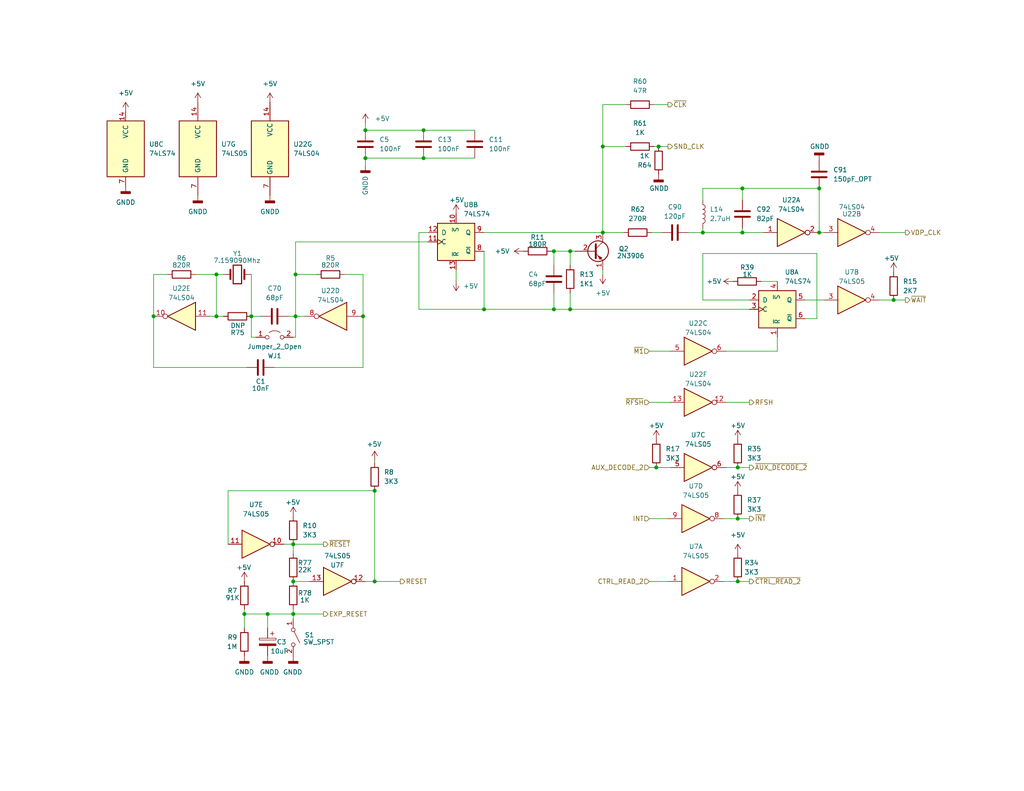
<source format=kicad_sch>
(kicad_sch (version 20211123) (generator eeschema)
  (paper "USLetter")
  (title_block (title "Righteous Tentacle, Colecovision Reverse Engineering Project") (date "2023-03-14") (rev "1.0.0") (company "sparkletron") (comment 1 "Jay Convertino") (comment 2 "MIT LICENSE") (comment 3 "PCB: 75743 REV F"))
  (lib_symbols
    (symbol "74xx:74LS04"
      (property "Reference" "U" (at 0 1.27 0))
      (property "Value" "74LS04" (at 0 -1.27 0))
      (symbol "74LS04_1_0"
        (polyline (pts (xy -3.81 3.81) (xy -3.81 -3.81) (xy 3.81 0) (xy -3.81 3.81)) (stroke (width 0.254)) (fill (type background)))
        (pin input line (at -7.62 0 0) (length 3.81) (name "~") (number "1"))
        (pin output inverted (at 7.62 0 180) (length 3.81) (name "~") (number "2"))
      )
      (symbol "74LS04_2_0"
        (polyline (pts (xy -3.81 3.81) (xy -3.81 -3.81) (xy 3.81 0) (xy -3.81 3.81)) (stroke (width 0.254)) (fill (type background)))
        (pin input line (at -7.62 0 0) (length 3.81) (name "~") (number "3"))
        (pin output inverted (at 7.62 0 180) (length 3.81) (name "~") (number "4"))
      )
      (symbol "74LS04_3_0"
        (polyline (pts (xy -3.81 3.81) (xy -3.81 -3.81) (xy 3.81 0) (xy -3.81 3.81)) (stroke (width 0.254)) (fill (type background)))
        (pin input line (at -7.62 0 0) (length 3.81) (name "~") (number "5"))
        (pin output inverted (at 7.62 0 180) (length 3.81) (name "~") (number "6"))
      )
      (symbol "74LS04_4_0"
        (polyline (pts (xy -3.81 3.81) (xy -3.81 -3.81) (xy 3.81 0) (xy -3.81 3.81)) (stroke (width 0.254)) (fill (type background)))
        (pin output inverted (at 7.62 0 180) (length 3.81) (name "~") (number "8"))
        (pin input line (at -7.62 0 0) (length 3.81) (name "~") (number "9"))
      )
      (symbol "74LS04_5_0"
        (polyline (pts (xy -3.81 3.81) (xy -3.81 -3.81) (xy 3.81 0) (xy -3.81 3.81)) (stroke (width 0.254)) (fill (type background)))
        (pin output inverted (at 7.62 0 180) (length 3.81) (name "~") (number "10"))
        (pin input line (at -7.62 0 0) (length 3.81) (name "~") (number "11"))
      )
      (symbol "74LS04_6_0"
        (polyline (pts (xy -3.81 3.81) (xy -3.81 -3.81) (xy 3.81 0) (xy -3.81 3.81)) (stroke (width 0.254)) (fill (type background)))
        (pin output inverted (at 7.62 0 180) (length 3.81) (name "~") (number "12"))
        (pin input line (at -7.62 0 0) (length 3.81) (name "~") (number "13"))
      )
      (symbol "74LS04_7_0"
        (pin power_in line (at 0 12.7 270) (length 5.08) (name "VCC") (number "14"))
        (pin power_in line (at 0 -12.7 90) (length 5.08) (name "GND") (number "7"))
      )
      (symbol "74LS04_7_1"
        (rectangle (start -5.08 7.62) (end 5.08 -7.62) (stroke (width 0.254)) (fill (type background)))
      )
    )
    (symbol "74xx:74LS05" (pin_names (offset 1.016))
      (property "Reference" "U" (at 0 1.27 0))
      (property "Value" "74LS05" (at 0 -1.27 0))
      (symbol "74LS05_1_0"
        (polyline (pts (xy -3.81 3.81) (xy -3.81 -3.81) (xy 3.81 0) (xy -3.81 3.81)) (stroke (width 0.254)) (fill (type background)))
        (pin input line (at -7.62 0 0) (length 3.81) (name "~") (number "1"))
        (pin open_collector inverted (at 7.62 0 180) (length 3.81) (name "~") (number "2"))
      )
      (symbol "74LS05_2_0"
        (polyline (pts (xy -3.81 3.81) (xy -3.81 -3.81) (xy 3.81 0) (xy -3.81 3.81)) (stroke (width 0.254)) (fill (type background)))
        (pin input line (at -7.62 0 0) (length 3.81) (name "~") (number "3"))
        (pin open_collector inverted (at 7.62 0 180) (length 3.81) (name "~") (number "4"))
      )
      (symbol "74LS05_3_0"
        (polyline (pts (xy -3.81 3.81) (xy -3.81 -3.81) (xy 3.81 0) (xy -3.81 3.81)) (stroke (width 0.254)) (fill (type background)))
        (pin input line (at -7.62 0 0) (length 3.81) (name "~") (number "5"))
        (pin open_collector inverted (at 7.62 0 180) (length 3.81) (name "~") (number "6"))
      )
      (symbol "74LS05_4_0"
        (polyline (pts (xy -3.81 3.81) (xy -3.81 -3.81) (xy 3.81 0) (xy -3.81 3.81)) (stroke (width 0.254)) (fill (type background)))
        (pin open_collector inverted (at 7.62 0 180) (length 3.81) (name "~") (number "8"))
        (pin input line (at -7.62 0 0) (length 3.81) (name "~") (number "9"))
      )
      (symbol "74LS05_5_0"
        (polyline (pts (xy -3.81 3.81) (xy -3.81 -3.81) (xy 3.81 0) (xy -3.81 3.81)) (stroke (width 0.254)) (fill (type background)))
        (pin open_collector inverted (at 7.62 0 180) (length 3.81) (name "~") (number "10"))
        (pin input line (at -7.62 0 0) (length 3.81) (name "~") (number "11"))
      )
      (symbol "74LS05_6_0"
        (polyline (pts (xy -3.81 3.81) (xy -3.81 -3.81) (xy 3.81 0) (xy -3.81 3.81)) (stroke (width 0.254)) (fill (type background)))
        (pin open_collector inverted (at 7.62 0 180) (length 3.81) (name "~") (number "12"))
        (pin input line (at -7.62 0 0) (length 3.81) (name "~") (number "13"))
      )
      (symbol "74LS05_7_0"
        (pin power_in line (at 0 12.7 270) (length 5.08) (name "VCC") (number "14"))
        (pin power_in line (at 0 -12.7 90) (length 5.08) (name "GND") (number "7"))
      )
      (symbol "74LS05_7_1"
        (rectangle (start -5.08 7.62) (end 5.08 -7.62) (stroke (width 0.254)) (fill (type background)))
      )
    )
    (symbol "74xx:74LS74" (pin_names (offset 1.016))
      (property "Reference" "U" (at -7.62 8.89 0))
      (property "Value" "74LS74" (at -7.62 -8.89 0))
      (symbol "74LS74_1_0"
        (pin input line (at 0 -7.62 90) (length 2.54) (name "~{R}") (number "1"))
        (pin input line (at -7.62 2.54 0) (length 2.54) (name "D") (number "2"))
        (pin input clock (at -7.62 0 0) (length 2.54) (name "C") (number "3"))
        (pin input line (at 0 7.62 270) (length 2.54) (name "~{S}") (number "4"))
        (pin output line (at 7.62 2.54 180) (length 2.54) (name "Q") (number "5"))
        (pin output line (at 7.62 -2.54 180) (length 2.54) (name "~{Q}") (number "6"))
      )
      (symbol "74LS74_1_1"
        (rectangle (start -5.08 5.08) (end 5.08 -5.08) (stroke (width 0.254)) (fill (type background)))
      )
      (symbol "74LS74_2_0"
        (pin input line (at 0 7.62 270) (length 2.54) (name "~{S}") (number "10"))
        (pin input clock (at -7.62 0 0) (length 2.54) (name "C") (number "11"))
        (pin input line (at -7.62 2.54 0) (length 2.54) (name "D") (number "12"))
        (pin input line (at 0 -7.62 90) (length 2.54) (name "~{R}") (number "13"))
        (pin output line (at 7.62 -2.54 180) (length 2.54) (name "~{Q}") (number "8"))
        (pin output line (at 7.62 2.54 180) (length 2.54) (name "Q") (number "9"))
      )
      (symbol "74LS74_2_1"
        (rectangle (start -5.08 5.08) (end 5.08 -5.08) (stroke (width 0.254)) (fill (type background)))
      )
      (symbol "74LS74_3_0"
        (pin power_in line (at 0 10.16 270) (length 2.54) (name "VCC") (number "14"))
        (pin power_in line (at 0 -10.16 90) (length 2.54) (name "GND") (number "7"))
      )
      (symbol "74LS74_3_1"
        (rectangle (start -5.08 7.62) (end 5.08 -7.62) (stroke (width 0.254)) (fill (type background)))
      )
    )
    (symbol "Device:C" (pin_numbers hide) (pin_names (offset 0.254))
      (property "Reference" "C" (at 0.635 2.54 0))
      (property "Value" "C" (at 0.635 -2.54 0))
      (symbol "C_0_1"
        (polyline (pts (xy -2.032 -0.762) (xy 2.032 -0.762)) (stroke (width 0.508)))
        (polyline (pts (xy -2.032 0.762) (xy 2.032 0.762)) (stroke (width 0.508)))
      )
      (symbol "C_1_1"
        (pin passive line (at 0 3.81 270) (length 2.794) (name "~") (number "1"))
        (pin passive line (at 0 -3.81 90) (length 2.794) (name "~") (number "2"))
      )
    )
    (symbol "Device:C_Polarized" (pin_numbers hide) (pin_names (offset 0.254))
      (property "Reference" "C" (at 0.635 2.54 0))
      (property "Value" "C_Polarized" (at 0.635 -2.54 0))
      (symbol "C_Polarized_0_1"
        (rectangle (start -2.286 0.508) (end 2.286 1.016))
        (polyline (pts (xy -1.778 2.286) (xy -0.762 2.286)))
        (polyline (pts (xy -1.27 2.794) (xy -1.27 1.778)))
        (rectangle (start 2.286 -0.508) (end -2.286 -1.016) (fill (type outline)))
      )
      (symbol "C_Polarized_1_1"
        (pin passive line (at 0 3.81 270) (length 2.794) (name "~") (number "1"))
        (pin passive line (at 0 -3.81 90) (length 2.794) (name "~") (number "2"))
      )
    )
    (symbol "Device:Crystal" (pin_numbers hide) (pin_names (offset 1.016) hide)
      (property "Reference" "Y" (at 0 3.81 0))
      (property "Value" "Crystal" (at 0 -3.81 0))
      (symbol "Crystal_0_1"
        (rectangle (start -1.143 2.54) (end 1.143 -2.54) (stroke (width 0.3048)))
        (polyline (pts (xy -2.54 0) (xy -1.905 0)))
        (polyline (pts (xy -1.905 -1.27) (xy -1.905 1.27)) (stroke (width 0.508)))
        (polyline (pts (xy 1.905 -1.27) (xy 1.905 1.27)) (stroke (width 0.508)))
        (polyline (pts (xy 2.54 0) (xy 1.905 0)))
      )
      (symbol "Crystal_1_1"
        (pin passive line (at -3.81 0 0) (length 1.27) (name "1") (number "1"))
        (pin passive line (at 3.81 0 180) (length 1.27) (name "2") (number "2"))
      )
    )
    (symbol "Device:L" (pin_numbers hide) (pin_names (offset 1.016) hide)
      (property "Reference" "L" (at -1.27 0 90))
      (property "Value" "L" (at 1.905 0 90))
      (symbol "L_0_1"
        (arc (start 0 -2.54) (mid 0.635 -1.905) (end 0 -1.27))
        (arc (start 0 -1.27) (mid 0.635 -0.635) (end 0 0))
        (arc (start 0 0) (mid 0.635 0.635) (end 0 1.27))
        (arc (start 0 1.27) (mid 0.635 1.905) (end 0 2.54))
      )
      (symbol "L_1_1"
        (pin passive line (at 0 3.81 270) (length 1.27) (name "1") (number "1"))
        (pin passive line (at 0 -3.81 90) (length 1.27) (name "2") (number "2"))
      )
    )
    (symbol "Device:R" (pin_numbers hide) (pin_names (offset 0))
      (property "Reference" "R" (at 2.032 0 90))
      (property "Value" "R" (at 0 0 90))
      (symbol "R_0_1"
        (rectangle (start -1.016 -2.54) (end 1.016 2.54) (stroke (width 0.254)))
      )
      (symbol "R_1_1"
        (pin passive line (at 0 3.81 270) (length 1.27) (name "~") (number "1"))
        (pin passive line (at 0 -3.81 90) (length 1.27) (name "~") (number "2"))
      )
    )
    (symbol "Jumper:Jumper_2_Open" (pin_names (offset 0) hide)
      (property "Reference" "JP" (at 0 2.794 0))
      (property "Value" "Jumper_2_Open" (at 0 -2.286 0))
      (symbol "Jumper_2_Open_0_0"
        (circle (center -2.032 0) (radius 0.508))
        (circle (center 2.032 0) (radius 0.508))
      )
      (symbol "Jumper_2_Open_0_1"
        (arc (start 1.524 1.27) (mid 0 1.778) (end -1.524 1.27))
      )
      (symbol "Jumper_2_Open_1_1"
        (pin passive line (at -5.08 0 0) (length 2.54) (name "A") (number "1"))
        (pin passive line (at 5.08 0 180) (length 2.54) (name "B") (number "2"))
      )
    )
    (symbol "Switch:SW_SPST" (pin_names (offset 0) hide)
      (property "Reference" "SW" (at 0 3.175 0))
      (property "Value" "SW_SPST" (at 0 -2.54 0))
      (symbol "SW_SPST_0_0"
        (circle (center -2.032 0) (radius 0.508))
        (polyline (pts (xy -1.524 0.254) (xy 1.524 1.778)))
        (circle (center 2.032 0) (radius 0.508))
      )
      (symbol "SW_SPST_1_1"
        (pin passive line (at -5.08 0 0) (length 2.54) (name "A") (number "1"))
        (pin passive line (at 5.08 0 180) (length 2.54) (name "B") (number "2"))
      )
    )
    (symbol "Transistor_BJT:2N3906" (pin_names (offset 0) hide)
      (property "Reference" "Q" (at 5.08 1.905 0))
      (property "Value" "2N3906" (at 5.08 0 0))
      (symbol "2N3906_0_1"
        (polyline (pts (xy 0.635 0.635) (xy 2.54 2.54)))
        (polyline (pts (xy 0.635 -0.635) (xy 2.54 -2.54) (xy 2.54 -2.54)))
        (polyline (pts (xy 0.635 1.905) (xy 0.635 -1.905) (xy 0.635 -1.905)) (stroke (width 0.508)))
        (polyline (pts (xy 2.286 -1.778) (xy 1.778 -2.286) (xy 1.27 -1.27) (xy 2.286 -1.778) (xy 2.286 -1.778)) (fill (type outline)))
        (circle (center 1.27 0) (radius 2.8194) (stroke (width 0.254)))
      )
      (symbol "2N3906_1_1"
        (pin passive line (at 2.54 -5.08 90) (length 2.54) (name "E") (number "1"))
        (pin input line (at -5.08 0 0) (length 5.715) (name "B") (number "2"))
        (pin passive line (at 2.54 5.08 270) (length 2.54) (name "C") (number "3"))
      )
    )
    (symbol "power:+5V" (power) (pin_names (offset 0))
      (property "Value" "+5V" (at 0 3.556 0))
      (symbol "+5V_0_1"
        (polyline (pts (xy -0.762 1.27) (xy 0 2.54)))
        (polyline (pts (xy 0 0) (xy 0 2.54)))
        (polyline (pts (xy 0 2.54) (xy 0.762 1.27)))
      )
      (symbol "+5V_1_1"
        (pin power_in line (at 0 0 90) (length 0) hide (name "+5V") (number "1"))
      )
    )
    (symbol "power:GNDD" (power) (pin_names (offset 0))
      (property "Value" "GNDD" (at 0 -3.175 0))
      (symbol "GNDD_0_1"
        (rectangle (start -1.27 -1.524) (end 1.27 -2.032) (stroke (width 0.254)) (fill (type outline)))
        (polyline (pts (xy 0 0) (xy 0 -1.524)))
      )
      (symbol "GNDD_1_1"
        (pin power_in line (at 0 0 270) (length 0) hide (name "GNDD") (number "1"))
      )
    )
  )
  (junction (at 179.07 127.635))
  (junction (at 99.695 35.56))
  (junction (at 223.52 51.435))
  (junction (at 66.675 167.64))
  (junction (at 59.055 74.93))
  (junction (at 68.58 86.36))
  (junction (at 201.295 141.605))
  (junction (at 243.84 81.915))
  (junction (at 164.465 40.005))
  (junction (at 155.575 84.455))
  (junction (at 102.235 133.985))
  (junction (at 202.565 51.435))
  (junction (at 80.01 167.64))
  (junction (at 73.025 167.64))
  (junction (at 164.465 63.5))
  (junction (at 99.695 43.18))
  (junction (at 99.06 86.36))
  (junction (at 102.235 158.75))
  (junction (at 179.705 40.005))
  (junction (at 80.645 86.36))
  (junction (at 201.295 158.75))
  (junction (at 80.01 148.59))
  (junction (at 191.77 63.5))
  (junction (at 202.565 63.5))
  (junction (at 223.52 63.5))
  (junction (at 80.645 74.93))
  (junction (at 132.08 84.455))
  (junction (at 80.01 158.75))
  (junction (at 151.13 68.58))
  (junction (at 115.57 43.18))
  (junction (at 41.91 86.36))
  (junction (at 201.295 127.635))
  (junction (at 151.13 84.455))
  (junction (at 115.57 35.56))
  (junction (at 59.055 86.36))
  (junction (at 155.575 68.58))
  (wire (pts (xy 212.09 95.885) (xy 212.09 92.075)))
  (wire (pts (xy 59.055 74.93) (xy 59.055 86.36)))
  (wire (pts (xy 182.245 40.005) (xy 179.705 40.005)))
  (wire (pts (xy 177.165 109.855) (xy 182.88 109.855)))
  (wire (pts (xy 99.695 43.18) (xy 115.57 43.18)))
  (wire (pts (xy 177.165 95.885) (xy 182.88 95.885)))
  (wire (pts (xy 178.435 28.575) (xy 182.245 28.575)))
  (wire (pts (xy 59.055 74.93) (xy 60.96 74.93)))
  (wire (pts (xy 80.01 166.37) (xy 80.01 167.64)))
  (wire (pts (xy 151.13 68.58) (xy 151.13 72.39)))
  (wire (pts (xy 80.01 92.075) (xy 80.645 92.075)))
  (wire (pts (xy 80.01 148.59) (xy 88.265 148.59)))
  (wire (pts (xy 202.565 63.5) (xy 202.565 62.23)))
  (wire (pts (xy 202.565 63.5) (xy 191.77 63.5)))
  (wire (pts (xy 201.295 158.75) (xy 197.485 158.75)))
  (wire (pts (xy 208.28 63.5) (xy 202.565 63.5)))
  (wire (pts (xy 179.705 40.005) (xy 178.435 40.005)))
  (wire (pts (xy 80.645 74.93) (xy 80.645 86.36)))
  (wire (pts (xy 66.675 166.37) (xy 66.675 167.64)))
  (wire (pts (xy 41.91 100.33) (xy 67.31 100.33)))
  (wire (pts (xy 197.485 141.605) (xy 201.295 141.605)))
  (wire (pts (xy 198.12 95.885) (xy 212.09 95.885)))
  (wire (pts (xy 204.47 158.75) (xy 201.295 158.75)))
  (wire (pts (xy 62.23 133.985) (xy 62.23 148.59)))
  (wire (pts (xy 66.675 171.45) (xy 66.675 167.64)))
  (wire (pts (xy 45.72 74.93) (xy 41.91 74.93)))
  (wire (pts (xy 155.575 84.455) (xy 204.47 84.455)))
  (wire (pts (xy 115.57 43.18) (xy 129.54 43.18)))
  (wire (pts (xy 191.77 51.435) (xy 191.77 54.61)))
  (wire (pts (xy 132.08 63.5) (xy 164.465 63.5)))
  (wire (pts (xy 80.645 86.36) (xy 80.645 92.075)))
  (wire (pts (xy 99.695 33.655) (xy 99.695 35.56)))
  (wire (pts (xy 151.13 68.58) (xy 155.575 68.58)))
  (wire (pts (xy 114.3 84.455) (xy 132.08 84.455)))
  (wire (pts (xy 99.695 45.085) (xy 99.695 43.18)))
  (wire (pts (xy 155.575 80.01) (xy 155.575 84.455)))
  (wire (pts (xy 80.01 167.64) (xy 73.025 167.64)))
  (wire (pts (xy 80.01 167.64) (xy 88.265 167.64)))
  (wire (pts (xy 66.675 167.64) (xy 73.025 167.64)))
  (wire (pts (xy 150.495 68.58) (xy 151.13 68.58)))
  (wire (pts (xy 132.08 68.58) (xy 132.08 84.455)))
  (wire (pts (xy 57.15 86.36) (xy 59.055 86.36)))
  (wire (pts (xy 80.01 148.59) (xy 80.01 151.13)))
  (wire (pts (xy 177.8 63.5) (xy 180.34 63.5)))
  (wire (pts (xy 177.165 158.75) (xy 182.245 158.75)))
  (wire (pts (xy 99.695 35.56) (xy 115.57 35.56)))
  (wire (pts (xy 114.3 84.455) (xy 114.3 63.5)))
  (wire (pts (xy 102.235 158.75) (xy 102.235 133.985)))
  (wire (pts (xy 201.295 127.635) (xy 204.47 127.635)))
  (wire (pts (xy 224.79 63.5) (xy 223.52 63.5)))
  (wire (pts (xy 41.91 100.33) (xy 41.91 86.36)))
  (wire (pts (xy 73.025 171.45) (xy 73.025 167.64)))
  (wire (pts (xy 80.645 66.04) (xy 80.645 74.93)))
  (wire (pts (xy 102.235 126.365) (xy 102.235 125.73)))
  (wire (pts (xy 151.13 80.01) (xy 151.13 84.455)))
  (wire (pts (xy 155.575 68.58) (xy 156.845 68.58)))
  (wire (pts (xy 164.465 73.66) (xy 164.465 74.93)))
  (wire (pts (xy 132.08 84.455) (xy 151.13 84.455)))
  (wire (pts (xy 240.03 81.915) (xy 243.84 81.915)))
  (wire (pts (xy 86.36 74.93) (xy 80.645 74.93)))
  (wire (pts (xy 191.77 63.5) (xy 191.77 62.23)))
  (wire (pts (xy 204.47 109.855) (xy 198.12 109.855)))
  (wire (pts (xy 68.58 92.075) (xy 68.58 86.36)))
  (wire (pts (xy 99.695 158.75) (xy 102.235 158.75)))
  (wire (pts (xy 243.84 81.915) (xy 247.015 81.915)))
  (wire (pts (xy 115.57 35.56) (xy 129.54 35.56)))
  (wire (pts (xy 151.13 84.455) (xy 155.575 84.455)))
  (wire (pts (xy 177.165 127.635) (xy 179.07 127.635)))
  (wire (pts (xy 191.77 81.915) (xy 204.47 81.915)))
  (wire (pts (xy 222.885 69.215) (xy 222.885 86.995)))
  (wire (pts (xy 53.34 74.93) (xy 59.055 74.93)))
  (wire (pts (xy 102.235 158.75) (xy 109.22 158.75)))
  (wire (pts (xy 164.465 40.005) (xy 164.465 63.5)))
  (wire (pts (xy 69.85 92.075) (xy 68.58 92.075)))
  (wire (pts (xy 198.12 127.635) (xy 201.295 127.635)))
  (wire (pts (xy 41.91 74.93) (xy 41.91 86.36)))
  (wire (pts (xy 99.06 74.93) (xy 93.98 74.93)))
  (wire (pts (xy 207.645 76.835) (xy 212.09 76.835)))
  (wire (pts (xy 164.465 28.575) (xy 170.815 28.575)))
  (wire (pts (xy 219.71 86.995) (xy 222.885 86.995)))
  (wire (pts (xy 99.06 100.33) (xy 99.06 86.36)))
  (wire (pts (xy 80.01 158.75) (xy 84.455 158.75)))
  (wire (pts (xy 62.23 133.985) (xy 102.235 133.985)))
  (wire (pts (xy 78.74 86.36) (xy 80.645 86.36)))
  (wire (pts (xy 77.47 148.59) (xy 80.01 148.59)))
  (wire (pts (xy 187.96 63.5) (xy 191.77 63.5)))
  (wire (pts (xy 124.46 73.66) (xy 124.46 76.835)))
  (wire (pts (xy 202.565 51.435) (xy 223.52 51.435)))
  (wire (pts (xy 191.77 69.215) (xy 191.77 81.915)))
  (wire (pts (xy 201.295 141.605) (xy 204.47 141.605)))
  (wire (pts (xy 59.055 86.36) (xy 60.96 86.36)))
  (wire (pts (xy 114.3 63.5) (xy 116.84 63.5)))
  (wire (pts (xy 155.575 72.39) (xy 155.575 68.58)))
  (wire (pts (xy 68.58 86.36) (xy 68.58 74.93)))
  (wire (pts (xy 68.58 86.36) (xy 71.12 86.36)))
  (wire (pts (xy 164.465 40.005) (xy 170.815 40.005)))
  (wire (pts (xy 179.07 127.635) (xy 182.88 127.635)))
  (wire (pts (xy 99.06 86.36) (xy 98.425 86.36)))
  (wire (pts (xy 177.165 141.605) (xy 182.245 141.605)))
  (wire (pts (xy 240.03 63.5) (xy 247.015 63.5)))
  (wire (pts (xy 80.01 167.64) (xy 80.01 168.91)))
  (wire (pts (xy 191.77 51.435) (xy 202.565 51.435)))
  (wire (pts (xy 74.93 100.33) (xy 99.06 100.33)))
  (wire (pts (xy 164.465 40.005) (xy 164.465 28.575)))
  (wire (pts (xy 80.645 66.04) (xy 116.84 66.04)))
  (wire (pts (xy 222.885 69.215) (xy 191.77 69.215)))
  (wire (pts (xy 99.06 74.93) (xy 99.06 86.36)))
  (wire (pts (xy 219.71 81.915) (xy 224.79 81.915)))
  (wire (pts (xy 80.645 86.36) (xy 83.185 86.36)))
  (wire (pts (xy 170.18 63.5) (xy 164.465 63.5)))
  (wire (pts (xy 202.565 51.435) (xy 202.565 54.61)))
  (wire (pts (xy 223.52 51.435) (xy 223.52 63.5)))
  (hierarchical_label "~{AUX_DECODE_2}" (shape output) (at 204.47 127.635 0))
  (hierarchical_label "~{RFSH}" (shape input) (at 177.165 109.855 180))
  (hierarchical_label "RFSH" (shape output) (at 204.47 109.855 0))
  (hierarchical_label "INT" (shape input) (at 177.165 141.605 180))
  (hierarchical_label "~{M1}" (shape input) (at 177.165 95.885 180))
  (hierarchical_label "VDP_CLK" (shape output) (at 247.015 63.5 0))
  (hierarchical_label "SND_CLK" (shape output) (at 182.245 40.005 0))
  (hierarchical_label "RESET" (shape output) (at 109.22 158.75 0))
  (hierarchical_label "CTRL_READ_2" (shape input) (at 177.165 158.75 180))
  (hierarchical_label "~{CLK}" (shape output) (at 182.245 28.575 0))
  (hierarchical_label "~{INT}" (shape output) (at 204.47 141.605 0))
  (hierarchical_label "AUX_DECODE_2" (shape input) (at 177.165 127.635 180))
  (hierarchical_label "EXP_RESET" (shape output) (at 88.265 167.64 0))
  (hierarchical_label "~{WAIT}" (shape output) (at 247.015 81.915 0))
  (hierarchical_label "~{RESET}" (shape output) (at 88.265 148.59 0))
  (hierarchical_label "~{CTRL_READ_2}" (shape output) (at 204.47 158.75 0))
  (symbol (lib_id "Device:R") (at 90.17 74.93 90) (unit 1)
    (property "Reference" "R5" (at 90.17 70.485 90))
    (property "Value" "820R" (at 90.17 72.39 90))
    (property "Footprint" "Resistor_THT:R_Axial_DIN0207_L6.3mm_D2.5mm_P10.16mm_Horizontal" (effects hide))
  )
  (symbol (lib_id "power:+5V") (at 201.295 151.13 0) (unit 1)
    (property "Reference" "#PWR0194" (effects hide))
    (property "Value" "+5V" (at 201.295 146.05 0))
  )
  (symbol (lib_id "power:GNDD") (at 53.975 53.34 0) (unit 1)
    (property "Reference" "#PWR0182" (effects hide))
    (property "Value" "GNDD" (at 53.975 57.785 0))
  )
  (symbol (lib_id "power:+5V") (at 34.29 30.48 0) (unit 1)
    (property "Reference" "#PWR0181" (effects hide))
    (property "Value" "+5V" (at 34.29 25.4 0))
  )
  (symbol (lib_id "Device:R") (at 173.99 63.5 90) (unit 1)
    (property "Reference" "R62" (at 173.99 57.15 90))
    (property "Value" "270R" (at 173.99 59.69 90))
    (property "Footprint" "Resistor_THT:R_Axial_DIN0207_L6.3mm_D2.5mm_P10.16mm_Horizontal" (effects hide))
  )
  (symbol (lib_id "Device:C") (at 74.93 86.36 270) (unit 1)
    (property "Reference" "C70" (at 74.93 78.74 90))
    (property "Value" "68pF" (at 74.93 81.28 90))
    (property "Footprint" "Capacitor_THT:C_Disc_D7.0mm_W2.5mm_P5.00mm" (effects hide))
  )
  (symbol (lib_id "power:GNDD") (at 179.705 47.625 0) (unit 1)
    (property "Reference" "#PWR0180" (effects hide))
    (property "Value" "GNDD" (at 177.165 51.435 0) (effects (justify left)))
  )
  (symbol (lib_id "power:GNDD") (at 73.025 179.07 0) (mirror y) (unit 1)
    (property "Reference" "#PWR0177" (effects hide))
    (property "Value" "GNDD" (at 76.2 183.515 0) (effects (justify left)))
  )
  (symbol (lib_id "power:GNDD") (at 223.52 43.815 180) (unit 1)
    (property "Reference" "#PWR0173" (effects hide))
    (property "Value" "GNDD" (at 220.98 40.005 0) (effects (justify right)))
  )
  (symbol (lib_id "power:GNDD") (at 66.675 179.07 0) (unit 1)
    (property "Reference" "#PWR0176" (effects hide))
    (property "Value" "GNDD" (at 66.675 183.515 0))
  )
  (symbol (lib_id "74xx:74LS74") (at 124.46 66.04 0) (unit 2)
    (property "Reference" "U8" (at 126.4794 55.88 0) (effects (justify left)))
    (property "Value" "74LS74" (at 126.4794 58.42 0) (effects (justify left)))
    (property "Footprint" "Package_DIP:DIP-14_W7.62mm_LongPads" (effects hide))
    (property "Datasheet" "74xx/74hc_hct74.pdf" (effects hide))
  )
  (symbol (lib_id "Device:R") (at 174.625 28.575 270) (mirror x) (unit 1)
    (property "Reference" "R60" (at 174.625 22.225 90))
    (property "Value" "47R" (at 174.625 24.765 90))
    (property "Footprint" "Resistor_THT:R_Axial_DIN0207_L6.3mm_D2.5mm_P10.16mm_Horizontal" (effects hide))
  )
  (symbol (lib_id "74xx:74LS74") (at 212.09 84.455 0) (unit 1)
    (property "Reference" "U8" (at 214.1094 74.295 0) (effects (justify left)))
    (property "Value" "74LS74" (at 214.1094 76.835 0) (effects (justify left)))
    (property "Footprint" "Package_DIP:DIP-14_W7.62mm_LongPads" (effects hide))
    (property "Datasheet" "74xx/74hc_hct74.pdf" (effects hide))
  )
  (symbol (lib_id "power:+5V") (at 66.675 158.75 0) (unit 1)
    (property "Reference" "#PWR0174" (effects hide))
    (property "Value" "+5V" (at 68.58 154.94 0) (effects (justify right)))
  )
  (symbol (lib_id "Device:C") (at 129.54 39.37 180) (unit 1)
    (property "Reference" "C11" (at 133.35 38.0999 0) (effects (justify right)))
    (property "Value" "100nF" (at 133.35 40.6399 0) (effects (justify right)))
    (property "Footprint" "Capacitor_THT:C_Disc_D7.0mm_W2.5mm_P5.00mm" (effects hide))
  )
  (symbol (lib_id "power:GNDD") (at 73.66 53.34 0) (unit 1)
    (property "Reference" "#PWR0185" (effects hide))
    (property "Value" "GNDD" (at 73.66 57.785 0))
  )
  (symbol (lib_id "Device:R") (at 66.675 175.26 0) (mirror y) (unit 1)
    (property "Reference" "R9" (at 64.77 173.99 0) (effects (justify left)))
    (property "Value" "1M" (at 64.77 176.53 0) (effects (justify left)))
    (property "Footprint" "Resistor_THT:R_Axial_DIN0207_L6.3mm_D2.5mm_P10.16mm_Horizontal" (effects hide))
  )
  (symbol (lib_id "74xx:74LS05") (at 69.85 148.59 0) (unit 5)
    (property "Reference" "U7" (at 69.85 137.795 0))
    (property "Value" "74LS05" (at 69.85 140.335 0))
    (property "Footprint" "Package_DIP:DIP-14_W7.62mm_LongPads" (effects hide))
    (property "Datasheet" "http://www.ti.com/lit/gpn/sn74LS05" (effects hide))
  )
  (symbol (lib_id "Device:C") (at 202.565 58.42 0) (unit 1)
    (property "Reference" "C92" (at 206.375 57.1499 0) (effects (justify left)))
    (property "Value" "82pF" (at 206.375 59.6899 0) (effects (justify left)))
    (property "Footprint" "Capacitor_THT:C_Disc_D7.0mm_W2.5mm_P5.00mm" (effects hide))
  )
  (symbol (lib_id "Device:C") (at 115.57 39.37 180) (unit 1)
    (property "Reference" "C13" (at 119.38 38.0999 0) (effects (justify right)))
    (property "Value" "100nF" (at 119.38 40.6399 0) (effects (justify right)))
    (property "Footprint" "Capacitor_THT:C_Disc_D7.0mm_W2.5mm_P5.00mm" (effects hide))
  )
  (symbol (lib_id "power:+5V") (at 201.295 133.985 0) (unit 1)
    (property "Reference" "#PWR0193" (effects hide))
    (property "Value" "+5V" (at 201.295 130.175 0))
  )
  (symbol (lib_id "Device:R") (at 179.705 43.815 180) (unit 1)
    (property "Reference" "R64" (at 175.895 45.085 0))
    (property "Value" "1K" (at 175.895 42.545 0))
    (property "Footprint" "Resistor_THT:R_Axial_DIN0207_L6.3mm_D2.5mm_P10.16mm_Horizontal" (effects hide))
  )
  (symbol (lib_id "74xx:74LS05") (at 189.865 158.75 0) (unit 1)
    (property "Reference" "U7" (at 189.865 149.225 0))
    (property "Value" "74LS05" (at 189.865 151.765 0))
    (property "Footprint" "Package_DIP:DIP-14_W7.62mm_LongPads" (effects hide))
    (property "Datasheet" "http://www.ti.com/lit/gpn/sn74LS05" (effects hide))
  )
  (symbol (lib_id "Device:R") (at 66.675 162.56 0) (mirror y) (unit 1)
    (property "Reference" "R7" (at 64.77 161.29 0) (effects (justify left)))
    (property "Value" "91K" (at 65.405 163.195 0) (effects (justify left)))
    (property "Footprint" "Resistor_THT:R_Axial_DIN0207_L6.3mm_D2.5mm_P10.16mm_Horizontal" (effects hide))
  )
  (symbol (lib_id "Device:C") (at 99.695 39.37 180) (unit 1)
    (property "Reference" "C5" (at 103.505 38.0999 0) (effects (justify right)))
    (property "Value" "100nF" (at 103.505 40.6399 0) (effects (justify right)))
    (property "Footprint" "Capacitor_THT:C_Disc_D7.0mm_W2.5mm_P5.00mm" (effects hide))
  )
  (symbol (lib_id "74xx:74LS05") (at 189.865 141.605 0) (unit 4)
    (property "Reference" "U7" (at 189.865 132.715 0))
    (property "Value" "74LS05" (at 189.865 135.255 0))
    (property "Footprint" "Package_DIP:DIP-14_W7.62mm_LongPads" (effects hide))
    (property "Datasheet" "http://www.ti.com/lit/gpn/sn74LS05" (effects hide))
  )
  (symbol (lib_id "power:+5V") (at 179.07 120.015 0) (unit 1)
    (property "Reference" "#PWR0192" (effects hide))
    (property "Value" "+5V" (at 179.07 116.205 0))
  )
  (symbol (lib_id "power:+5V") (at 243.84 74.295 0) (unit 1)
    (property "Reference" "#PWR0172" (effects hide))
    (property "Value" "+5V" (at 243.205 70.485 0))
  )
  (symbol (lib_id "Device:R") (at 179.07 123.825 0) (unit 1)
    (property "Reference" "R17" (at 181.61 122.5549 0) (effects (justify left)))
    (property "Value" "3K3" (at 181.61 125.0949 0) (effects (justify left)))
    (property "Footprint" "Resistor_THT:R_Axial_DIN0207_L6.3mm_D2.5mm_P10.16mm_Horizontal" (effects hide))
  )
  (symbol (lib_id "74xx:74LS05") (at 232.41 81.915 0) (unit 2)
    (property "Reference" "U7" (at 232.41 74.295 0))
    (property "Value" "74LS05" (at 232.41 76.835 0))
    (property "Footprint" "Package_DIP:DIP-14_W7.62mm_LongPads" (effects hide))
    (property "Datasheet" "http://www.ti.com/lit/gpn/sn74LS05" (effects hide))
  )
  (symbol (lib_id "power:+5V") (at 142.875 68.58 90) (unit 1)
    (property "Reference" "#PWR0197" (effects hide))
    (property "Value" "+5V" (at 139.065 68.5801 90) (effects (justify left)))
  )
  (symbol (lib_id "power:GNDD") (at 99.695 45.085 0) (unit 1)
    (property "Reference" "#PWR0186" (effects hide))
    (property "Value" "GNDD" (at 99.695 53.34 90) (effects (justify left)))
  )
  (symbol (lib_id "Device:C") (at 71.12 100.33 90) (unit 1)
    (property "Reference" "C1" (at 71.12 104.14 90))
    (property "Value" "10nF" (at 71.12 106.045 90))
    (property "Footprint" "Capacitor_THT:C_Disc_D7.0mm_W2.5mm_P5.00mm" (effects hide))
  )
  (symbol (lib_id "power:GNDD") (at 80.01 179.07 0) (unit 1)
    (property "Reference" "#PWR0175" (effects hide))
    (property "Value" "GNDD" (at 82.55 183.515 0) (effects (justify right)))
  )
  (symbol (lib_id "Switch:SW_SPST") (at 80.01 173.99 270) (unit 1)
    (property "Reference" "S1" (at 84.455 173.355 90))
    (property "Value" "SW_SPST" (at 86.995 175.26 90))
    (property "Footprint" "Switches_THT:Coleco_RST" (effects hide))
  )
  (symbol (lib_id "Device:R") (at 243.84 78.105 0) (unit 1)
    (property "Reference" "R15" (at 246.38 76.8349 0) (effects (justify left)))
    (property "Value" "2K7" (at 246.38 79.3749 0) (effects (justify left)))
    (property "Footprint" "Resistor_THT:R_Axial_DIN0207_L6.3mm_D2.5mm_P10.16mm_Horizontal" (effects hide))
  )
  (symbol (lib_id "74xx:74LS04") (at 190.5 95.885 0) (unit 3)
    (property "Reference" "U22" (at 190.5 88.265 0))
    (property "Value" "74LS04" (at 190.5 90.805 0))
    (property "Footprint" "Package_DIP:DIP-14_W7.62mm_LongPads" (effects hide))
    (property "Datasheet" "http://www.ti.com/lit/gpn/sn74LS04" (effects hide))
  )
  (symbol (lib_id "Jumper:Jumper_2_Open") (at 74.93 92.075 0) (unit 1)
    (property "Reference" "WJ1" (at 74.93 97.155 0))
    (property "Value" "Jumper_2_Open" (at 74.93 94.615 0))
    (property "Footprint" "Resistor_THT:R_Axial_DIN0207_L6.3mm_D2.5mm_P15.24mm_Horizontal" (effects hide))
  )
  (symbol (lib_id "power:+5V") (at 124.46 76.835 180) (unit 1)
    (property "Reference" "#PWR0189" (effects hide))
    (property "Value" "+5V" (at 126.365 78.1049 0) (effects (justify right)))
  )
  (symbol (lib_id "power:+5V") (at 99.695 33.655 0) (unit 1)
    (property "Reference" "#PWR0188" (effects hide))
    (property "Value" "+5V" (at 102.235 32.3849 0) (effects (justify left)))
  )
  (symbol (lib_id "Device:C") (at 223.52 47.625 0) (unit 1)
    (property "Reference" "C91" (at 227.33 46.3549 0) (effects (justify left)))
    (property "Value" "150pF_OPT" (at 227.33 48.8949 0) (effects (justify left)))
    (property "Footprint" "Capacitor_THT:C_Disc_D7.0mm_W2.5mm_P5.00mm" (effects hide))
  )
  (symbol (lib_id "Device:R") (at 201.295 137.795 0) (unit 1)
    (property "Reference" "R37" (at 203.835 136.5249 0) (effects (justify left)))
    (property "Value" "3K3" (at 203.835 139.0649 0) (effects (justify left)))
    (property "Footprint" "Resistor_THT:R_Axial_DIN0207_L6.3mm_D2.5mm_P10.16mm_Horizontal" (effects hide))
  )
  (symbol (lib_id "74xx:74LS04") (at 190.5 109.855 0) (unit 6)
    (property "Reference" "U22" (at 190.5 102.235 0))
    (property "Value" "74LS04" (at 190.5 104.775 0))
    (property "Footprint" "Package_DIP:DIP-14_W7.62mm_LongPads" (effects hide))
    (property "Datasheet" "http://www.ti.com/lit/gpn/sn74LS04" (effects hide))
  )
  (symbol (lib_id "Device:R") (at 201.295 154.94 180) (unit 1)
    (property "Reference" "R34" (at 207.01 153.67 0) (effects (justify left)))
    (property "Value" "3K3" (at 207.01 156.21 0) (effects (justify left)))
    (property "Footprint" "Resistor_THT:R_Axial_DIN0207_L6.3mm_D2.5mm_P10.16mm_Horizontal" (effects hide))
  )
  (symbol (lib_id "74xx:74LS04") (at 90.805 86.36 180) (unit 4)
    (property "Reference" "U22" (at 90.17 79.375 0))
    (property "Value" "74LS04" (at 90.17 81.915 0))
    (property "Footprint" "Package_DIP:DIP-14_W7.62mm_LongPads" (effects hide))
    (property "Datasheet" "http://www.ti.com/lit/gpn/sn74LS04" (effects hide))
  )
  (symbol (lib_id "Transistor_BJT:2N3906") (at 161.925 68.58 0) (unit 1)
    (property "Reference" "Q2" (at 170.18 67.945 0))
    (property "Value" "2N3906" (at 172.085 69.85 0))
    (property "Footprint" "Package_TO_SOT_THT:TO-92_Wide" (effects hide))
    (property "Datasheet" "https://www.onsemi.com/pub/Collateral/2N3906-D.PDF" (effects hide))
  )
  (symbol (lib_id "Device:R") (at 49.53 74.93 90) (mirror x) (unit 1)
    (property "Reference" "R6" (at 49.53 70.485 90))
    (property "Value" "820R" (at 49.53 72.39 90))
    (property "Footprint" "Resistor_THT:R_Axial_DIN0207_L6.3mm_D2.5mm_P10.16mm_Horizontal" (effects hide))
  )
  (symbol (lib_id "Device:R") (at 174.625 40.005 270) (mirror x) (unit 1)
    (property "Reference" "R61" (at 174.625 33.655 90))
    (property "Value" "1K" (at 174.625 36.195 90))
    (property "Footprint" "Resistor_THT:R_Axial_DIN0207_L6.3mm_D2.5mm_P10.16mm_Horizontal" (effects hide))
  )
  (symbol (lib_id "Device:L") (at 191.77 58.42 0) (unit 1)
    (property "Reference" "L14" (at 193.675 57.1499 0) (effects (justify left)))
    (property "Value" "2.7uH" (at 193.675 59.6899 0) (effects (justify left)))
    (property "Footprint" "Inductor_THT:L_Axial_L11.0mm_D4.5mm_P7.62mm_Vertical_Fastron_MECC" (effects hide))
  )
  (symbol (lib_id "74xx:74LS74") (at 34.29 40.64 0) (unit 3)
    (property "Reference" "U8" (at 40.64 39.3699 0) (effects (justify left)))
    (property "Value" "74LS74" (at 40.64 41.9099 0) (effects (justify left)))
    (property "Footprint" "Package_DIP:DIP-14_W7.62mm_LongPads" (effects hide))
    (property "Datasheet" "74xx/74hc_hct74.pdf" (effects hide))
  )
  (symbol (lib_id "74xx:74LS04") (at 73.66 40.64 0) (unit 7)
    (property "Reference" "U22" (at 80.01 39.3699 0) (effects (justify left)))
    (property "Value" "74LS04" (at 80.01 41.9099 0) (effects (justify left)))
    (property "Footprint" "Package_DIP:DIP-14_W7.62mm_LongPads" (effects hide))
    (property "Datasheet" "http://www.ti.com/lit/gpn/sn74LS04" (effects hide))
  )
  (symbol (lib_id "74xx:74LS05") (at 190.5 127.635 0) (unit 3)
    (property "Reference" "U7" (at 190.5 118.745 0))
    (property "Value" "74LS05" (at 190.5 121.285 0))
    (property "Footprint" "Package_DIP:DIP-14_W7.62mm_LongPads" (effects hide))
    (property "Datasheet" "http://www.ti.com/lit/gpn/sn74LS05" (effects hide))
  )
  (symbol (lib_id "Device:C") (at 184.15 63.5 90) (unit 1)
    (property "Reference" "C90" (at 184.15 56.515 90))
    (property "Value" "120pF" (at 184.15 59.055 90))
    (property "Footprint" "Capacitor_THT:C_Disc_D7.0mm_W2.5mm_P5.00mm" (effects hide))
  )
  (symbol (lib_id "Device:R") (at 80.01 144.78 0) (unit 1)
    (property "Reference" "R10" (at 82.55 143.5099 0) (effects (justify left)))
    (property "Value" "3K3" (at 82.55 146.0499 0) (effects (justify left)))
    (property "Footprint" "Resistor_THT:R_Axial_DIN0207_L6.3mm_D2.5mm_P10.16mm_Horizontal" (effects hide))
  )
  (symbol (lib_id "Device:R") (at 102.235 130.175 0) (unit 1)
    (property "Reference" "R8" (at 104.775 128.9049 0) (effects (justify left)))
    (property "Value" "3K3" (at 104.775 131.4449 0) (effects (justify left)))
    (property "Footprint" "Resistor_THT:R_Axial_DIN0207_L6.3mm_D2.5mm_P10.16mm_Horizontal" (effects hide))
  )
  (symbol (lib_id "Device:R") (at 146.685 68.58 270) (unit 1)
    (property "Reference" "R11" (at 146.685 64.77 90))
    (property "Value" "180R" (at 146.685 66.675 90))
    (property "Footprint" "Resistor_THT:R_Axial_DIN0207_L6.3mm_D2.5mm_P10.16mm_Horizontal" (effects hide))
  )
  (symbol (lib_id "Device:Crystal") (at 64.77 74.93 0) (unit 1)
    (property "Reference" "Y1" (at 66.04 69.215 0) (effects (justify right)))
    (property "Value" "7.159090Mhz" (at 71.12 71.12 0) (effects (justify right)))
    (property "Footprint" "Crystal:Crystal_HC49-U_Vertical" (effects hide))
  )
  (symbol (lib_id "power:+5V") (at 80.01 140.97 0) (unit 1)
    (property "Reference" "#PWR0178" (effects hide))
    (property "Value" "+5V" (at 81.915 137.16 0) (effects (justify right)))
  )
  (symbol (lib_id "power:+5V") (at 102.235 125.73 0) (unit 1)
    (property "Reference" "#PWR0179" (effects hide))
    (property "Value" "+5V" (at 104.14 121.285 0) (effects (justify right)))
  )
  (symbol (lib_id "power:+5V") (at 164.465 74.93 180) (unit 1)
    (property "Reference" "#PWR0195" (effects hide))
    (property "Value" "+5V" (at 164.465 80.01 0))
  )
  (symbol (lib_id "Device:R") (at 201.295 123.825 0) (unit 1)
    (property "Reference" "R35" (at 203.835 122.5549 0) (effects (justify left)))
    (property "Value" "3K3" (at 203.835 125.0949 0) (effects (justify left)))
    (property "Footprint" "Resistor_THT:R_Axial_DIN0207_L6.3mm_D2.5mm_P10.16mm_Horizontal" (effects hide))
  )
  (symbol (lib_id "Device:C_Polarized") (at 73.025 175.26 0) (mirror y) (unit 1)
    (property "Reference" "C3" (at 76.835 175.26 0))
    (property "Value" "10uF" (at 76.2 177.8 0))
    (property "Footprint" "Capacitor_THT:CP_Radial_D8.0mm_P5.00mm" (effects hide))
  )
  (symbol (lib_id "74xx:74LS05") (at 92.075 158.75 0) (unit 6)
    (property "Reference" "U7" (at 92.075 154.305 0))
    (property "Value" "74LS05" (at 92.075 151.765 0))
    (property "Footprint" "Package_DIP:DIP-14_W7.62mm_LongPads" (effects hide))
    (property "Datasheet" "http://www.ti.com/lit/gpn/sn74LS05" (effects hide))
  )
  (symbol (lib_id "Device:R") (at 80.01 154.94 0) (mirror x) (unit 1)
    (property "Reference" "R77" (at 83.185 153.67 0))
    (property "Value" "22K" (at 83.185 155.575 0))
    (property "Footprint" "Resistor_THT:R_Axial_DIN0207_L6.3mm_D2.5mm_P10.16mm_Horizontal" (effects hide))
  )
  (symbol (lib_id "power:GNDD") (at 34.29 50.8 0) (unit 1)
    (property "Reference" "#PWR0183" (effects hide))
    (property "Value" "GNDD" (at 34.29 55.245 0))
  )
  (symbol (lib_id "74xx:74LS04") (at 215.9 63.5 0) (unit 1)
    (property "Reference" "U22" (at 215.9 54.61 0))
    (property "Value" "74LS04" (at 215.9 57.15 0))
    (property "Footprint" "Package_DIP:DIP-14_W7.62mm_LongPads" (effects hide))
    (property "Datasheet" "http://www.ti.com/lit/gpn/sn74LS04" (effects hide))
  )
  (symbol (lib_id "Device:R") (at 64.77 86.36 90) (unit 1)
    (property "Reference" "R75" (at 62.865 90.805 90) (effects (justify right)))
    (property "Value" "DNP" (at 62.865 88.9 90) (effects (justify right)))
    (property "Footprint" "Resistor_THT:R_Axial_DIN0207_L6.3mm_D2.5mm_P10.16mm_Horizontal" (effects hide))
  )
  (symbol (lib_id "74xx:74LS04") (at 49.53 86.36 0) (mirror y) (unit 5)
    (property "Reference" "U22" (at 49.53 78.74 0))
    (property "Value" "74LS04" (at 49.53 81.28 0))
    (property "Footprint" "Package_DIP:DIP-14_W7.62mm_LongPads" (effects hide))
    (property "Datasheet" "http://www.ti.com/lit/gpn/sn74LS04" (effects hide))
  )
  (symbol (lib_id "Device:C") (at 151.13 76.2 0) (mirror y) (unit 1)
    (property "Reference" "C4" (at 144.145 74.93 0) (effects (justify right)))
    (property "Value" "68pF" (at 144.145 77.47 0) (effects (justify right)))
    (property "Footprint" "Capacitor_THT:C_Disc_D7.0mm_W2.5mm_P5.00mm" (effects hide))
  )
  (symbol (lib_id "74xx:74LS05") (at 53.975 40.64 0) (unit 7)
    (property "Reference" "U7" (at 60.325 39.3699 0) (effects (justify left)))
    (property "Value" "74LS05" (at 60.325 41.9099 0) (effects (justify left)))
    (property "Footprint" "Package_DIP:DIP-14_W7.62mm_LongPads" (effects hide))
    (property "Datasheet" "http://www.ti.com/lit/gpn/sn74LS05" (effects hide))
  )
  (symbol (lib_id "power:+5V") (at 201.295 120.015 0) (unit 1)
    (property "Reference" "#PWR0191" (effects hide))
    (property "Value" "+5V" (at 201.295 116.205 0))
  )
  (symbol (lib_id "Device:R") (at 80.01 162.56 0) (unit 1)
    (property "Reference" "R78" (at 83.185 161.925 0))
    (property "Value" "1K" (at 83.185 163.83 0))
    (property "Footprint" "Resistor_THT:R_Axial_DIN0207_L6.3mm_D2.5mm_P10.16mm_Horizontal" (effects hide))
  )
  (symbol (lib_id "power:+5V") (at 53.975 27.94 0) (unit 1)
    (property "Reference" "#PWR0184" (effects hide))
    (property "Value" "+5V" (at 53.975 22.86 0))
  )
  (symbol (lib_id "Device:R") (at 203.835 76.835 270) (unit 1)
    (property "Reference" "R39" (at 201.93 73.025 90) (effects (justify left)))
    (property "Value" "1K" (at 202.565 74.93 90) (effects (justify left)))
    (property "Footprint" "Resistor_THT:R_Axial_DIN0207_L6.3mm_D2.5mm_P10.16mm_Horizontal" (effects hide))
  )
  (symbol (lib_id "power:+5V") (at 124.46 58.42 0) (unit 1)
    (property "Reference" "#PWR0190" (effects hide))
    (property "Value" "+5V" (at 122.555 54.61 0) (effects (justify left)))
  )
  (symbol (lib_id "Device:R") (at 155.575 76.2 0) (unit 1)
    (property "Reference" "R13" (at 158.115 74.9299 0) (effects (justify left)))
    (property "Value" "1K1" (at 158.115 77.4699 0) (effects (justify left)))
    (property "Footprint" "Resistor_THT:R_Axial_DIN0207_L6.3mm_D2.5mm_P10.16mm_Horizontal" (effects hide))
  )
  (symbol (lib_id "power:+5V") (at 73.66 27.94 0) (unit 1)
    (property "Reference" "#PWR0187" (effects hide))
    (property "Value" "+5V" (at 73.66 22.86 0))
  )
  (symbol (lib_id "74xx:74LS04") (at 232.41 63.5 0) (unit 2)
    (property "Reference" "U22" (at 232.41 58.42 0))
    (property "Value" "74LS04" (at 232.41 56.515 0))
    (property "Footprint" "Package_DIP:DIP-14_W7.62mm_LongPads" (effects hide))
    (property "Datasheet" "http://www.ti.com/lit/gpn/sn74LS04" (effects hide))
  )
  (symbol (lib_id "power:+5V") (at 200.025 76.835 90) (unit 1)
    (property "Reference" "#PWR0196" (effects hide))
    (property "Value" "+5V" (at 196.85 76.835 90) (effects (justify left)))
  )
)
</source>
